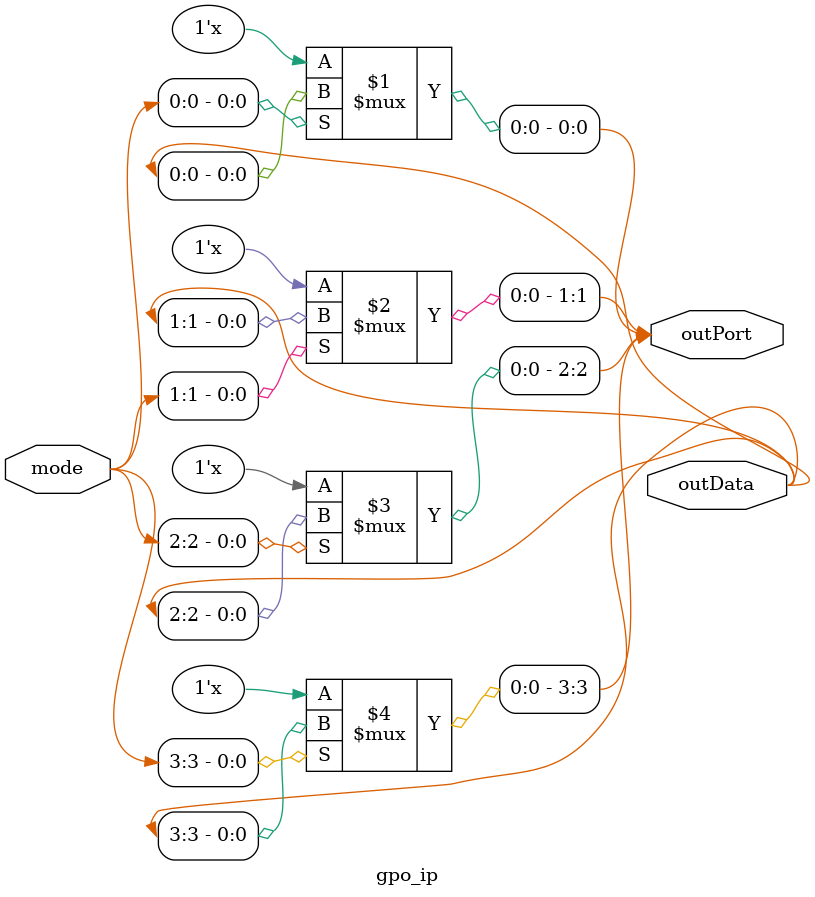
<source format=sv>
`timescale 1ns / 1ps
module gpo (
    // global signal
    input  logic        PCLK,
    input  logic        PRESET,
    // apb bus
    input  logic [ 2:0] PADDR,
    input  logic        PWRITE,
    input  logic        PSEL,
    input  logic        PENABLE,
    input  logic [31:0] PWDATA,
    output logic [31:0] PRDATA,
    output logic        PREADY,
    // port
    output logic [ 3:0] outPort
);

    logic [3:0] mode, outData;

    APB_Intf U_APB_Intf (
        // global signal
        .pclk   (PCLK), 
        .preset (PRESET), 
        .paddr  (PADDR),
        .pwrite (PWRITE),
        .psel   (PSEL), 
        .penable(PENABLE), 
        .pwdata (PWDATA), 
        .prdata (PRDATA),
        .pready (PREADY),
        .mode   (mode),
        .outData(outData)
    );

    gpo_ip U_gpo_ip (
        .mode   (mode),
        .outData(outData),
        .outPort(outPort)
    );
endmodule

module APB_Intf (
    // global signal
    input  logic        pclk,
    input  logic        preset, 
    // apb bus
    input  logic [ 2:0] paddr,
    input  logic        pwrite,
    input  logic        psel,
    input  logic        penable,
    input  logic [31:0] pwdata,
    output logic [31:0] prdata,
    output logic        pready,
    // port
    output logic [ 3:0] mode,
    output logic [ 3:0] outData
);

    logic [31:0] MODER;
    logic [31:0] ODR;

    assign mode = MODER;
    assign outData = ODR;

    always_ff @(posedge pclk) begin
        if (psel & pwrite & penable) begin
            case (paddr[2])
                1'b0: MODER <= pwdata;
                1'b1: ODR <= pwdata;
            endcase
        end
    end

    always_ff @(posedge pclk) begin
        if (psel & !pwrite & penable) begin
            case (paddr[2])
                1'b0: prdata <= MODER;
                1'b1: prdata <= ODR;
            endcase
        end
    end

    always_ff @(posedge pclk) begin
        if (psel & penable) pready <= 1'b1;
        else pready <= 1'b0;
    end
/*
    typedef enum {
        IDLE,
        WRITE,
        READ
    } state_e;

    logic [31:0] MODER_reg, MODER_next;  // offset 0x00
    logic [31:0] ODR_reg, ODR_next;  // offset 0x04
    logic [31:0] prdata_reg, prdata_next;

    state_e state, state_next;
    logic pready_reg, pready_next;

    assign mode    = MODER_reg[3:0];
    assign outData = ODR_reg[3:0];
    assign pready  = pready_reg;
    assign prdata  = prdata_reg;

    always_ff @(posedge pclk, posedge preset) begin
        if (preset) begin
            state      <= IDLE;
            pready_reg <= 0;
            ODR_reg    <= 0;
            MODER_reg  <= 0;
            prdata_reg <= 0;
        end else begin
            state      <= state_next;
            pready_reg <= pready_next;
            ODR_reg    <= ODR_next;
            MODER_reg  <= MODER_next;
            prdata_reg <= prdata_next;
        end
    end

    always_comb begin
        // state_next  = state;
        pready_next = pready_reg;
        ODR_next    = ODR_reg;
        MODER_next  = MODER_reg;
        prdata_next = prdata_reg;
        case (state)
            IDLE: begin
                // pready = 1'b0;
                pready_next = 1'b0;
            end
            WRITE: begin
                // pready = 1'b0;
                pready_next = 1'b0;
                if (penable) begin
                    // pready = 1'b1;
                    pready_next = 1'b1;
                    case (paddr[2])
                        // why only used paddr[2]?
                        // addr is increased +4.
                        1'b0: begin
                            MODER_next = pwdata;
                        end
                        1'b1: begin
                            ODR_next = pwdata;
                        end
                        // default: begin
                        //     MODER_reg = 32'b0;
                        //     ODR_reg   = 32'b0;
                        // end
                    endcase
                end
            end
            READ: begin
                pready_next = 1'b0;
                if (penable) begin
                    pready_next = 1'b1;
                    case (paddr[2])
                        1'b0: begin
                            prdata_next = MODER_reg;
                        end
                        1'b1: begin
                            prdata_next = ODR_reg;
                        end
                        default: begin
                            prdata = 32'b0;
                        end
                    endcase
                end
            end
        endcase
    end

    always_comb begin
        state_next = state;
        case (state)
            IDLE: begin
                if (psel && pwrite) begin
                    state_next = WRITE;
                end else if (psel && !pwrite) begin
                    state_next = READ;
                end
            end
            WRITE: begin
                if (psel && penable && pready_reg) begin
                    state_next = IDLE;
                end
            end
            READ: begin
                if (psel && penable && pready_reg) begin
                    state_next = IDLE;
                end
            end
        endcase
    end
    */
endmodule

module gpo_ip (
    input  logic [3:0] mode,
    output logic [3:0] outData,
    output logic [3:0] outPort
);

    // assign outPort[0] = (mode[0]) ? outData[0] : 1'bz;
    // assign outPort[1] = (mode[1]) ? outData[1] : 1'bz;
    // assign outPort[2] = (mode[2]) ? outData[2] : 1'bz;
    // assign outPort[3] = (mode[3]) ? outData[3] : 1'bz;

    genvar i;

    generate
        for (i = 0; i < 4; i++) begin
            assign outPort[i] = mode[i] ? outData[i] : 1'bz;
        end
    endgenerate
endmodule

</source>
